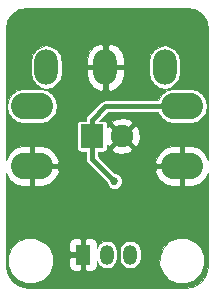
<source format=gbl>
%TF.GenerationSoftware,KiCad,Pcbnew,4.0.7-e2-6376~58~ubuntu16.04.1*%
%TF.CreationDate,2018-01-20T15:33:45+01:00*%
%TF.ProjectId,BasicModule-II,42617369634D6F64756C652D49492E6B,rev?*%
%TF.FileFunction,Copper,L2,Bot,Signal*%
%FSLAX46Y46*%
G04 Gerber Fmt 4.6, Leading zero omitted, Abs format (unit mm)*
G04 Created by KiCad (PCBNEW 4.0.7-e2-6376~58~ubuntu16.04.1) date Sat Jan 20 15:33:45 2018*
%MOMM*%
%LPD*%
G01*
G04 APERTURE LIST*
%ADD10C,0.100000*%
%ADD11O,2.000000X3.000000*%
%ADD12R,1.900000X2.000000*%
%ADD13C,1.900000*%
%ADD14O,3.548000X2.272000*%
%ADD15R,1.200000X1.700000*%
%ADD16O,1.200000X1.700000*%
%ADD17C,0.685800*%
%ADD18C,0.400000*%
G04 APERTURE END LIST*
D10*
D11*
X8890000Y-5588000D03*
X13890000Y-5588000D03*
X3890000Y-5588000D03*
D12*
X7747000Y-11430000D03*
D13*
X10287000Y-11430000D03*
D14*
X15367000Y-8890000D03*
X15367000Y-13970000D03*
X2667000Y-8890000D03*
X2667000Y-13970000D03*
D15*
X6985000Y-21463000D03*
D16*
X8985000Y-21463000D03*
X10985000Y-21463000D03*
D17*
X9652000Y-15240000D03*
D18*
X7747000Y-13335000D02*
X7747000Y-11430000D01*
X9652000Y-15240000D02*
X7747000Y-13335000D01*
X7747000Y-11430000D02*
X7747000Y-10033000D01*
X7747000Y-10033000D02*
X8890000Y-8890000D01*
X8890000Y-8890000D02*
X15367000Y-8890000D01*
D10*
G36*
X16451892Y-713654D02*
X17048623Y-1112377D01*
X17447346Y-1709108D01*
X17593500Y-2443875D01*
X17593500Y-13422196D01*
X17347089Y-12916410D01*
X16841737Y-12483015D01*
X16209000Y-12276000D01*
X15571000Y-12276000D01*
X15571000Y-13766000D01*
X15591000Y-13766000D01*
X15591000Y-14174000D01*
X15571000Y-14174000D01*
X15571000Y-15664000D01*
X16209000Y-15664000D01*
X16841737Y-15456985D01*
X17347089Y-15023590D01*
X17593500Y-14517804D01*
X17593500Y-22439314D01*
X17396318Y-23205633D01*
X16934509Y-23820038D01*
X16272728Y-24210949D01*
X15471888Y-24324500D01*
X2325686Y-24324500D01*
X1559367Y-24127318D01*
X944962Y-23665509D01*
X554051Y-23003728D01*
X461086Y-22348068D01*
X635670Y-22348068D01*
X924926Y-23048121D01*
X1460062Y-23584192D01*
X2159609Y-23874669D01*
X2917068Y-23875330D01*
X3617121Y-23586074D01*
X4153192Y-23050938D01*
X4443669Y-22351391D01*
X4444144Y-21806500D01*
X5827000Y-21806500D01*
X5827000Y-22423993D01*
X5911951Y-22629082D01*
X6068918Y-22786050D01*
X6274007Y-22871000D01*
X6641500Y-22871000D01*
X6781000Y-22731500D01*
X6781000Y-21667000D01*
X5966500Y-21667000D01*
X5827000Y-21806500D01*
X4444144Y-21806500D01*
X4444330Y-21593932D01*
X4155074Y-20893879D01*
X3763886Y-20502007D01*
X5827000Y-20502007D01*
X5827000Y-21119500D01*
X5966500Y-21259000D01*
X6781000Y-21259000D01*
X6781000Y-20194500D01*
X7189000Y-20194500D01*
X7189000Y-21259000D01*
X7209000Y-21259000D01*
X7209000Y-21667000D01*
X7189000Y-21667000D01*
X7189000Y-22731500D01*
X7328500Y-22871000D01*
X7695993Y-22871000D01*
X7901082Y-22786050D01*
X8058049Y-22629082D01*
X8143000Y-22423993D01*
X8143000Y-22047303D01*
X8149813Y-22081554D01*
X8345775Y-22374833D01*
X8639054Y-22570795D01*
X8985000Y-22639608D01*
X9330946Y-22570795D01*
X9624225Y-22374833D01*
X9820187Y-22081554D01*
X9889000Y-21735608D01*
X9889000Y-21190392D01*
X10081000Y-21190392D01*
X10081000Y-21735608D01*
X10149813Y-22081554D01*
X10345775Y-22374833D01*
X10639054Y-22570795D01*
X10985000Y-22639608D01*
X11330946Y-22570795D01*
X11624225Y-22374833D01*
X11642108Y-22348068D01*
X13462670Y-22348068D01*
X13751926Y-23048121D01*
X14287062Y-23584192D01*
X14986609Y-23874669D01*
X15744068Y-23875330D01*
X16444121Y-23586074D01*
X16980192Y-23050938D01*
X17270669Y-22351391D01*
X17271330Y-21593932D01*
X16982074Y-20893879D01*
X16446938Y-20357808D01*
X15747391Y-20067331D01*
X14989932Y-20066670D01*
X14289879Y-20355926D01*
X13753808Y-20891062D01*
X13463331Y-21590609D01*
X13462670Y-22348068D01*
X11642108Y-22348068D01*
X11820187Y-22081554D01*
X11889000Y-21735608D01*
X11889000Y-21190392D01*
X11820187Y-20844446D01*
X11624225Y-20551167D01*
X11330946Y-20355205D01*
X10985000Y-20286392D01*
X10639054Y-20355205D01*
X10345775Y-20551167D01*
X10149813Y-20844446D01*
X10081000Y-21190392D01*
X9889000Y-21190392D01*
X9820187Y-20844446D01*
X9624225Y-20551167D01*
X9330946Y-20355205D01*
X8985000Y-20286392D01*
X8639054Y-20355205D01*
X8345775Y-20551167D01*
X8149813Y-20844446D01*
X8143000Y-20878697D01*
X8143000Y-20502007D01*
X8058049Y-20296918D01*
X7901082Y-20139950D01*
X7695993Y-20055000D01*
X7328500Y-20055000D01*
X7189000Y-20194500D01*
X6781000Y-20194500D01*
X6641500Y-20055000D01*
X6274007Y-20055000D01*
X6068918Y-20139950D01*
X5911951Y-20296918D01*
X5827000Y-20502007D01*
X3763886Y-20502007D01*
X3619938Y-20357808D01*
X2920391Y-20067331D01*
X2162932Y-20066670D01*
X1462879Y-20355926D01*
X926808Y-20891062D01*
X636331Y-21590609D01*
X635670Y-22348068D01*
X461086Y-22348068D01*
X440500Y-22202888D01*
X440500Y-14517804D01*
X686911Y-15023590D01*
X1192263Y-15456985D01*
X1825000Y-15664000D01*
X2463000Y-15664000D01*
X2463000Y-14174000D01*
X2871000Y-14174000D01*
X2871000Y-15664000D01*
X3509000Y-15664000D01*
X4141737Y-15456985D01*
X4647089Y-15023590D01*
X4934055Y-14434560D01*
X4846056Y-14174000D01*
X2871000Y-14174000D01*
X2463000Y-14174000D01*
X2443000Y-14174000D01*
X2443000Y-13766000D01*
X2463000Y-13766000D01*
X2463000Y-12276000D01*
X2871000Y-12276000D01*
X2871000Y-13766000D01*
X4846056Y-13766000D01*
X4934055Y-13505440D01*
X4647089Y-12916410D01*
X4141737Y-12483015D01*
X3509000Y-12276000D01*
X2871000Y-12276000D01*
X2463000Y-12276000D01*
X1825000Y-12276000D01*
X1192263Y-12483015D01*
X686911Y-12916410D01*
X440500Y-13422196D01*
X440500Y-10430000D01*
X6487045Y-10430000D01*
X6487045Y-12430000D01*
X6508243Y-12542655D01*
X6574822Y-12646123D01*
X6676410Y-12715535D01*
X6797000Y-12739955D01*
X7243000Y-12739955D01*
X7243000Y-13335000D01*
X7281365Y-13527873D01*
X7390618Y-13691382D01*
X9005041Y-15305805D01*
X9004987Y-15368112D01*
X9103265Y-15605961D01*
X9285082Y-15788096D01*
X9522759Y-15886788D01*
X9780112Y-15887013D01*
X10017961Y-15788735D01*
X10200096Y-15606918D01*
X10298788Y-15369241D01*
X10299013Y-15111888D01*
X10200735Y-14874039D01*
X10018918Y-14691904D01*
X9781241Y-14593212D01*
X9717921Y-14593157D01*
X9559324Y-14434560D01*
X13099945Y-14434560D01*
X13386911Y-15023590D01*
X13892263Y-15456985D01*
X14525000Y-15664000D01*
X15163000Y-15664000D01*
X15163000Y-14174000D01*
X13187944Y-14174000D01*
X13099945Y-14434560D01*
X9559324Y-14434560D01*
X8630204Y-13505440D01*
X13099945Y-13505440D01*
X13187944Y-13766000D01*
X15163000Y-13766000D01*
X15163000Y-12276000D01*
X14525000Y-12276000D01*
X13892263Y-12483015D01*
X13386911Y-12916410D01*
X13099945Y-13505440D01*
X8630204Y-13505440D01*
X8251000Y-13126236D01*
X8251000Y-12739955D01*
X8697000Y-12739955D01*
X8809655Y-12718757D01*
X8913123Y-12652178D01*
X8981411Y-12552234D01*
X9453265Y-12552234D01*
X9556284Y-12782810D01*
X10129605Y-12959466D01*
X10726888Y-12903275D01*
X11017716Y-12782810D01*
X11120735Y-12552234D01*
X10287000Y-11718500D01*
X9453265Y-12552234D01*
X8981411Y-12552234D01*
X8982535Y-12550590D01*
X9006955Y-12430000D01*
X9006955Y-12193227D01*
X9164766Y-12263735D01*
X9998500Y-11430000D01*
X10575500Y-11430000D01*
X11409234Y-12263735D01*
X11639810Y-12160716D01*
X11816466Y-11587395D01*
X11760275Y-10990112D01*
X11639810Y-10699284D01*
X11409234Y-10596265D01*
X10575500Y-11430000D01*
X9998500Y-11430000D01*
X9164766Y-10596265D01*
X9006955Y-10666773D01*
X9006955Y-10430000D01*
X8985757Y-10317345D01*
X8979594Y-10307766D01*
X9453265Y-10307766D01*
X10287000Y-11141500D01*
X11120735Y-10307766D01*
X11017716Y-10077190D01*
X10444395Y-9900534D01*
X9847112Y-9956725D01*
X9556284Y-10077190D01*
X9453265Y-10307766D01*
X8979594Y-10307766D01*
X8919178Y-10213877D01*
X8817590Y-10144465D01*
X8697000Y-10120045D01*
X8372719Y-10120045D01*
X9098764Y-9394000D01*
X13348541Y-9394000D01*
X13357903Y-9441064D01*
X13670056Y-9908234D01*
X14137226Y-10220387D01*
X14688290Y-10330000D01*
X16045710Y-10330000D01*
X16596774Y-10220387D01*
X17063944Y-9908234D01*
X17376097Y-9441064D01*
X17485710Y-8890000D01*
X17376097Y-8338936D01*
X17063944Y-7871766D01*
X16596774Y-7559613D01*
X16045710Y-7450000D01*
X14688290Y-7450000D01*
X14137226Y-7559613D01*
X13670056Y-7871766D01*
X13357903Y-8338936D01*
X13348541Y-8386000D01*
X8890000Y-8386000D01*
X8697127Y-8424365D01*
X8533618Y-8533618D01*
X7390618Y-9676618D01*
X7281365Y-9840127D01*
X7281365Y-9840128D01*
X7243000Y-10033000D01*
X7243000Y-10120045D01*
X6797000Y-10120045D01*
X6684345Y-10141243D01*
X6580877Y-10207822D01*
X6511465Y-10309410D01*
X6487045Y-10430000D01*
X440500Y-10430000D01*
X440500Y-8890000D01*
X548290Y-8890000D01*
X657903Y-9441064D01*
X970056Y-9908234D01*
X1437226Y-10220387D01*
X1988290Y-10330000D01*
X3345710Y-10330000D01*
X3896774Y-10220387D01*
X4363944Y-9908234D01*
X4676097Y-9441064D01*
X4785710Y-8890000D01*
X4676097Y-8338936D01*
X4363944Y-7871766D01*
X3896774Y-7559613D01*
X3345710Y-7450000D01*
X1988290Y-7450000D01*
X1437226Y-7559613D01*
X970056Y-7871766D01*
X657903Y-8338936D01*
X548290Y-8890000D01*
X440500Y-8890000D01*
X440500Y-5052658D01*
X2586000Y-5052658D01*
X2586000Y-6123342D01*
X2685261Y-6622361D01*
X2967933Y-7045409D01*
X3390981Y-7328081D01*
X3890000Y-7427342D01*
X4389019Y-7328081D01*
X4812067Y-7045409D01*
X5094739Y-6622361D01*
X5194000Y-6123342D01*
X5194000Y-5792000D01*
X7332000Y-5792000D01*
X7332000Y-6292000D01*
X7528663Y-6872692D01*
X7932577Y-7333922D01*
X8446885Y-7581658D01*
X8686000Y-7491754D01*
X8686000Y-5792000D01*
X9094000Y-5792000D01*
X9094000Y-7491754D01*
X9333115Y-7581658D01*
X9847423Y-7333922D01*
X10251337Y-6872692D01*
X10448000Y-6292000D01*
X10448000Y-5792000D01*
X9094000Y-5792000D01*
X8686000Y-5792000D01*
X7332000Y-5792000D01*
X5194000Y-5792000D01*
X5194000Y-5052658D01*
X5160452Y-4884000D01*
X7332000Y-4884000D01*
X7332000Y-5384000D01*
X8686000Y-5384000D01*
X8686000Y-3684246D01*
X9094000Y-3684246D01*
X9094000Y-5384000D01*
X10448000Y-5384000D01*
X10448000Y-5052658D01*
X12586000Y-5052658D01*
X12586000Y-6123342D01*
X12685261Y-6622361D01*
X12967933Y-7045409D01*
X13390981Y-7328081D01*
X13890000Y-7427342D01*
X14389019Y-7328081D01*
X14812067Y-7045409D01*
X15094739Y-6622361D01*
X15194000Y-6123342D01*
X15194000Y-5052658D01*
X15094739Y-4553639D01*
X14812067Y-4130591D01*
X14389019Y-3847919D01*
X13890000Y-3748658D01*
X13390981Y-3847919D01*
X12967933Y-4130591D01*
X12685261Y-4553639D01*
X12586000Y-5052658D01*
X10448000Y-5052658D01*
X10448000Y-4884000D01*
X10251337Y-4303308D01*
X9847423Y-3842078D01*
X9333115Y-3594342D01*
X9094000Y-3684246D01*
X8686000Y-3684246D01*
X8446885Y-3594342D01*
X7932577Y-3842078D01*
X7528663Y-4303308D01*
X7332000Y-4884000D01*
X5160452Y-4884000D01*
X5094739Y-4553639D01*
X4812067Y-4130591D01*
X4389019Y-3847919D01*
X3890000Y-3748658D01*
X3390981Y-3847919D01*
X2967933Y-4130591D01*
X2685261Y-4553639D01*
X2586000Y-5052658D01*
X440500Y-5052658D01*
X440500Y-2443876D01*
X586654Y-1709108D01*
X985377Y-1112377D01*
X1582108Y-713654D01*
X2316875Y-567500D01*
X15717124Y-567500D01*
X16451892Y-713654D01*
X16451892Y-713654D01*
G37*
X16451892Y-713654D02*
X17048623Y-1112377D01*
X17447346Y-1709108D01*
X17593500Y-2443875D01*
X17593500Y-13422196D01*
X17347089Y-12916410D01*
X16841737Y-12483015D01*
X16209000Y-12276000D01*
X15571000Y-12276000D01*
X15571000Y-13766000D01*
X15591000Y-13766000D01*
X15591000Y-14174000D01*
X15571000Y-14174000D01*
X15571000Y-15664000D01*
X16209000Y-15664000D01*
X16841737Y-15456985D01*
X17347089Y-15023590D01*
X17593500Y-14517804D01*
X17593500Y-22439314D01*
X17396318Y-23205633D01*
X16934509Y-23820038D01*
X16272728Y-24210949D01*
X15471888Y-24324500D01*
X2325686Y-24324500D01*
X1559367Y-24127318D01*
X944962Y-23665509D01*
X554051Y-23003728D01*
X461086Y-22348068D01*
X635670Y-22348068D01*
X924926Y-23048121D01*
X1460062Y-23584192D01*
X2159609Y-23874669D01*
X2917068Y-23875330D01*
X3617121Y-23586074D01*
X4153192Y-23050938D01*
X4443669Y-22351391D01*
X4444144Y-21806500D01*
X5827000Y-21806500D01*
X5827000Y-22423993D01*
X5911951Y-22629082D01*
X6068918Y-22786050D01*
X6274007Y-22871000D01*
X6641500Y-22871000D01*
X6781000Y-22731500D01*
X6781000Y-21667000D01*
X5966500Y-21667000D01*
X5827000Y-21806500D01*
X4444144Y-21806500D01*
X4444330Y-21593932D01*
X4155074Y-20893879D01*
X3763886Y-20502007D01*
X5827000Y-20502007D01*
X5827000Y-21119500D01*
X5966500Y-21259000D01*
X6781000Y-21259000D01*
X6781000Y-20194500D01*
X7189000Y-20194500D01*
X7189000Y-21259000D01*
X7209000Y-21259000D01*
X7209000Y-21667000D01*
X7189000Y-21667000D01*
X7189000Y-22731500D01*
X7328500Y-22871000D01*
X7695993Y-22871000D01*
X7901082Y-22786050D01*
X8058049Y-22629082D01*
X8143000Y-22423993D01*
X8143000Y-22047303D01*
X8149813Y-22081554D01*
X8345775Y-22374833D01*
X8639054Y-22570795D01*
X8985000Y-22639608D01*
X9330946Y-22570795D01*
X9624225Y-22374833D01*
X9820187Y-22081554D01*
X9889000Y-21735608D01*
X9889000Y-21190392D01*
X10081000Y-21190392D01*
X10081000Y-21735608D01*
X10149813Y-22081554D01*
X10345775Y-22374833D01*
X10639054Y-22570795D01*
X10985000Y-22639608D01*
X11330946Y-22570795D01*
X11624225Y-22374833D01*
X11642108Y-22348068D01*
X13462670Y-22348068D01*
X13751926Y-23048121D01*
X14287062Y-23584192D01*
X14986609Y-23874669D01*
X15744068Y-23875330D01*
X16444121Y-23586074D01*
X16980192Y-23050938D01*
X17270669Y-22351391D01*
X17271330Y-21593932D01*
X16982074Y-20893879D01*
X16446938Y-20357808D01*
X15747391Y-20067331D01*
X14989932Y-20066670D01*
X14289879Y-20355926D01*
X13753808Y-20891062D01*
X13463331Y-21590609D01*
X13462670Y-22348068D01*
X11642108Y-22348068D01*
X11820187Y-22081554D01*
X11889000Y-21735608D01*
X11889000Y-21190392D01*
X11820187Y-20844446D01*
X11624225Y-20551167D01*
X11330946Y-20355205D01*
X10985000Y-20286392D01*
X10639054Y-20355205D01*
X10345775Y-20551167D01*
X10149813Y-20844446D01*
X10081000Y-21190392D01*
X9889000Y-21190392D01*
X9820187Y-20844446D01*
X9624225Y-20551167D01*
X9330946Y-20355205D01*
X8985000Y-20286392D01*
X8639054Y-20355205D01*
X8345775Y-20551167D01*
X8149813Y-20844446D01*
X8143000Y-20878697D01*
X8143000Y-20502007D01*
X8058049Y-20296918D01*
X7901082Y-20139950D01*
X7695993Y-20055000D01*
X7328500Y-20055000D01*
X7189000Y-20194500D01*
X6781000Y-20194500D01*
X6641500Y-20055000D01*
X6274007Y-20055000D01*
X6068918Y-20139950D01*
X5911951Y-20296918D01*
X5827000Y-20502007D01*
X3763886Y-20502007D01*
X3619938Y-20357808D01*
X2920391Y-20067331D01*
X2162932Y-20066670D01*
X1462879Y-20355926D01*
X926808Y-20891062D01*
X636331Y-21590609D01*
X635670Y-22348068D01*
X461086Y-22348068D01*
X440500Y-22202888D01*
X440500Y-14517804D01*
X686911Y-15023590D01*
X1192263Y-15456985D01*
X1825000Y-15664000D01*
X2463000Y-15664000D01*
X2463000Y-14174000D01*
X2871000Y-14174000D01*
X2871000Y-15664000D01*
X3509000Y-15664000D01*
X4141737Y-15456985D01*
X4647089Y-15023590D01*
X4934055Y-14434560D01*
X4846056Y-14174000D01*
X2871000Y-14174000D01*
X2463000Y-14174000D01*
X2443000Y-14174000D01*
X2443000Y-13766000D01*
X2463000Y-13766000D01*
X2463000Y-12276000D01*
X2871000Y-12276000D01*
X2871000Y-13766000D01*
X4846056Y-13766000D01*
X4934055Y-13505440D01*
X4647089Y-12916410D01*
X4141737Y-12483015D01*
X3509000Y-12276000D01*
X2871000Y-12276000D01*
X2463000Y-12276000D01*
X1825000Y-12276000D01*
X1192263Y-12483015D01*
X686911Y-12916410D01*
X440500Y-13422196D01*
X440500Y-10430000D01*
X6487045Y-10430000D01*
X6487045Y-12430000D01*
X6508243Y-12542655D01*
X6574822Y-12646123D01*
X6676410Y-12715535D01*
X6797000Y-12739955D01*
X7243000Y-12739955D01*
X7243000Y-13335000D01*
X7281365Y-13527873D01*
X7390618Y-13691382D01*
X9005041Y-15305805D01*
X9004987Y-15368112D01*
X9103265Y-15605961D01*
X9285082Y-15788096D01*
X9522759Y-15886788D01*
X9780112Y-15887013D01*
X10017961Y-15788735D01*
X10200096Y-15606918D01*
X10298788Y-15369241D01*
X10299013Y-15111888D01*
X10200735Y-14874039D01*
X10018918Y-14691904D01*
X9781241Y-14593212D01*
X9717921Y-14593157D01*
X9559324Y-14434560D01*
X13099945Y-14434560D01*
X13386911Y-15023590D01*
X13892263Y-15456985D01*
X14525000Y-15664000D01*
X15163000Y-15664000D01*
X15163000Y-14174000D01*
X13187944Y-14174000D01*
X13099945Y-14434560D01*
X9559324Y-14434560D01*
X8630204Y-13505440D01*
X13099945Y-13505440D01*
X13187944Y-13766000D01*
X15163000Y-13766000D01*
X15163000Y-12276000D01*
X14525000Y-12276000D01*
X13892263Y-12483015D01*
X13386911Y-12916410D01*
X13099945Y-13505440D01*
X8630204Y-13505440D01*
X8251000Y-13126236D01*
X8251000Y-12739955D01*
X8697000Y-12739955D01*
X8809655Y-12718757D01*
X8913123Y-12652178D01*
X8981411Y-12552234D01*
X9453265Y-12552234D01*
X9556284Y-12782810D01*
X10129605Y-12959466D01*
X10726888Y-12903275D01*
X11017716Y-12782810D01*
X11120735Y-12552234D01*
X10287000Y-11718500D01*
X9453265Y-12552234D01*
X8981411Y-12552234D01*
X8982535Y-12550590D01*
X9006955Y-12430000D01*
X9006955Y-12193227D01*
X9164766Y-12263735D01*
X9998500Y-11430000D01*
X10575500Y-11430000D01*
X11409234Y-12263735D01*
X11639810Y-12160716D01*
X11816466Y-11587395D01*
X11760275Y-10990112D01*
X11639810Y-10699284D01*
X11409234Y-10596265D01*
X10575500Y-11430000D01*
X9998500Y-11430000D01*
X9164766Y-10596265D01*
X9006955Y-10666773D01*
X9006955Y-10430000D01*
X8985757Y-10317345D01*
X8979594Y-10307766D01*
X9453265Y-10307766D01*
X10287000Y-11141500D01*
X11120735Y-10307766D01*
X11017716Y-10077190D01*
X10444395Y-9900534D01*
X9847112Y-9956725D01*
X9556284Y-10077190D01*
X9453265Y-10307766D01*
X8979594Y-10307766D01*
X8919178Y-10213877D01*
X8817590Y-10144465D01*
X8697000Y-10120045D01*
X8372719Y-10120045D01*
X9098764Y-9394000D01*
X13348541Y-9394000D01*
X13357903Y-9441064D01*
X13670056Y-9908234D01*
X14137226Y-10220387D01*
X14688290Y-10330000D01*
X16045710Y-10330000D01*
X16596774Y-10220387D01*
X17063944Y-9908234D01*
X17376097Y-9441064D01*
X17485710Y-8890000D01*
X17376097Y-8338936D01*
X17063944Y-7871766D01*
X16596774Y-7559613D01*
X16045710Y-7450000D01*
X14688290Y-7450000D01*
X14137226Y-7559613D01*
X13670056Y-7871766D01*
X13357903Y-8338936D01*
X13348541Y-8386000D01*
X8890000Y-8386000D01*
X8697127Y-8424365D01*
X8533618Y-8533618D01*
X7390618Y-9676618D01*
X7281365Y-9840127D01*
X7281365Y-9840128D01*
X7243000Y-10033000D01*
X7243000Y-10120045D01*
X6797000Y-10120045D01*
X6684345Y-10141243D01*
X6580877Y-10207822D01*
X6511465Y-10309410D01*
X6487045Y-10430000D01*
X440500Y-10430000D01*
X440500Y-8890000D01*
X548290Y-8890000D01*
X657903Y-9441064D01*
X970056Y-9908234D01*
X1437226Y-10220387D01*
X1988290Y-10330000D01*
X3345710Y-10330000D01*
X3896774Y-10220387D01*
X4363944Y-9908234D01*
X4676097Y-9441064D01*
X4785710Y-8890000D01*
X4676097Y-8338936D01*
X4363944Y-7871766D01*
X3896774Y-7559613D01*
X3345710Y-7450000D01*
X1988290Y-7450000D01*
X1437226Y-7559613D01*
X970056Y-7871766D01*
X657903Y-8338936D01*
X548290Y-8890000D01*
X440500Y-8890000D01*
X440500Y-5052658D01*
X2586000Y-5052658D01*
X2586000Y-6123342D01*
X2685261Y-6622361D01*
X2967933Y-7045409D01*
X3390981Y-7328081D01*
X3890000Y-7427342D01*
X4389019Y-7328081D01*
X4812067Y-7045409D01*
X5094739Y-6622361D01*
X5194000Y-6123342D01*
X5194000Y-5792000D01*
X7332000Y-5792000D01*
X7332000Y-6292000D01*
X7528663Y-6872692D01*
X7932577Y-7333922D01*
X8446885Y-7581658D01*
X8686000Y-7491754D01*
X8686000Y-5792000D01*
X9094000Y-5792000D01*
X9094000Y-7491754D01*
X9333115Y-7581658D01*
X9847423Y-7333922D01*
X10251337Y-6872692D01*
X10448000Y-6292000D01*
X10448000Y-5792000D01*
X9094000Y-5792000D01*
X8686000Y-5792000D01*
X7332000Y-5792000D01*
X5194000Y-5792000D01*
X5194000Y-5052658D01*
X5160452Y-4884000D01*
X7332000Y-4884000D01*
X7332000Y-5384000D01*
X8686000Y-5384000D01*
X8686000Y-3684246D01*
X9094000Y-3684246D01*
X9094000Y-5384000D01*
X10448000Y-5384000D01*
X10448000Y-5052658D01*
X12586000Y-5052658D01*
X12586000Y-6123342D01*
X12685261Y-6622361D01*
X12967933Y-7045409D01*
X13390981Y-7328081D01*
X13890000Y-7427342D01*
X14389019Y-7328081D01*
X14812067Y-7045409D01*
X15094739Y-6622361D01*
X15194000Y-6123342D01*
X15194000Y-5052658D01*
X15094739Y-4553639D01*
X14812067Y-4130591D01*
X14389019Y-3847919D01*
X13890000Y-3748658D01*
X13390981Y-3847919D01*
X12967933Y-4130591D01*
X12685261Y-4553639D01*
X12586000Y-5052658D01*
X10448000Y-5052658D01*
X10448000Y-4884000D01*
X10251337Y-4303308D01*
X9847423Y-3842078D01*
X9333115Y-3594342D01*
X9094000Y-3684246D01*
X8686000Y-3684246D01*
X8446885Y-3594342D01*
X7932577Y-3842078D01*
X7528663Y-4303308D01*
X7332000Y-4884000D01*
X5160452Y-4884000D01*
X5094739Y-4553639D01*
X4812067Y-4130591D01*
X4389019Y-3847919D01*
X3890000Y-3748658D01*
X3390981Y-3847919D01*
X2967933Y-4130591D01*
X2685261Y-4553639D01*
X2586000Y-5052658D01*
X440500Y-5052658D01*
X440500Y-2443876D01*
X586654Y-1709108D01*
X985377Y-1112377D01*
X1582108Y-713654D01*
X2316875Y-567500D01*
X15717124Y-567500D01*
X16451892Y-713654D01*
M02*

</source>
